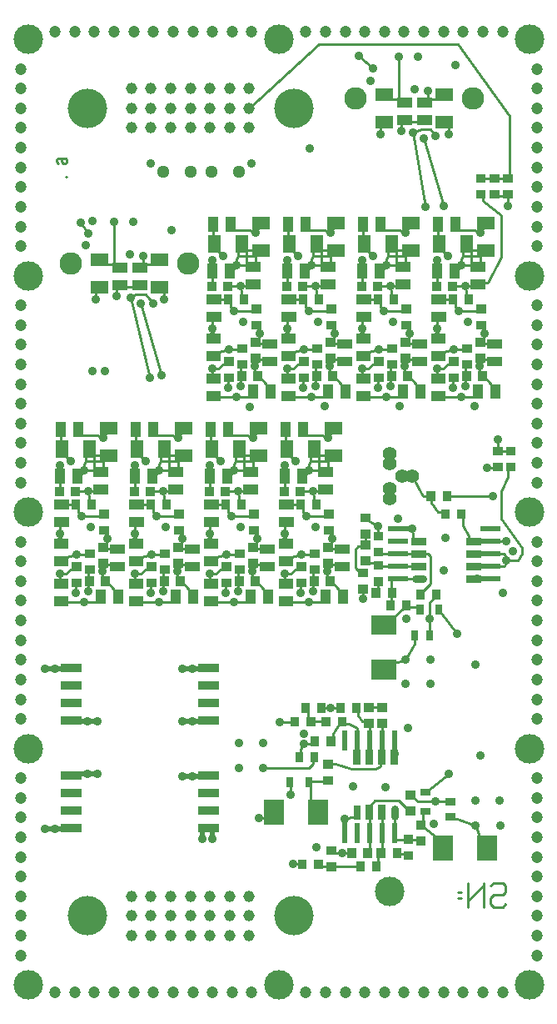
<source format=gbr>
G04 start of page 5 for group 3 idx 3 *
G04 Title: EPTPREAMPS, backside *
G04 Creator: pcb 1.99z *
G04 CreationDate: Fr 20 Jun 2014 11:29:12 GMT UTC *
G04 For: stephan *
G04 Format: Gerber/RS-274X *
G04 PCB-Dimensions (mil): 2952.76 4724.41 *
G04 PCB-Coordinate-Origin: lower left *
%MOIN*%
%FSLAX25Y25*%
%LNBACKSIDE*%
%ADD107C,0.0700*%
%ADD106C,0.0236*%
%ADD105C,0.0256*%
%ADD104C,0.0252*%
%ADD103C,0.0240*%
%ADD102C,0.0866*%
%ADD101C,0.0157*%
%ADD100C,0.0512*%
%ADD99C,0.0550*%
%ADD98C,0.0354*%
%ADD97C,0.0300*%
%ADD96R,0.0280X0.0280*%
%ADD95R,0.0300X0.0300*%
%ADD94R,0.0180X0.0180*%
%ADD93R,0.0200X0.0200*%
%ADD92R,0.0787X0.0787*%
%ADD91R,0.0280X0.0280*%
%ADD90R,0.0394X0.0394*%
%ADD89R,0.0500X0.0500*%
%ADD88R,0.0350X0.0350*%
%ADD87C,0.0553*%
%ADD86C,0.0900*%
%ADD85C,0.1181*%
%ADD84C,0.0472*%
%ADD83C,0.1575*%
%ADD82C,0.0453*%
%ADD81C,0.0098*%
%ADD80C,0.0100*%
%ADD79C,0.0198*%
%ADD78C,0.0098*%
G54D78*X148000Y152191D02*X152750D01*
X153250Y95441D02*X156000D01*
X152250Y126691D02*Y123191D01*
X159750Y128691D02*X166000D01*
X157750Y143691D02*X161000D01*
X156250Y141191D02*Y139941D01*
X157750Y143691D02*X156250Y141191D01*
X160250Y126691D02*Y120441D01*
X161250Y136941D02*Y135691D01*
X159750Y133941D01*
X159250Y156691D02*Y153941D01*
X161750Y152441D02*X165250D01*
G54D79*X109000Y173441D02*X117000D01*
X109000Y152441D02*X117000D01*
X109000Y130441D02*X117000D01*
G54D78*X159750Y133941D02*X141500D01*
G54D79*X194000Y141441D02*Y140441D01*
G54D78*X215750Y131691D02*X207250Y124941D01*
X203250Y120441D02*X201750Y121941D01*
X203250Y120441D02*X215000D01*
X199000Y117691D02*X195750Y120941D01*
X186000D02*X195750D01*
X186000D02*X184250Y118941D01*
Y118191D01*
G54D79*X174000Y113441D02*Y111191D01*
G54D78*X169500Y99941D02*X176000D01*
X164500Y94691D02*X179500D01*
X187500Y98941D02*Y95941D01*
X184000Y113941D02*Y101191D01*
X189000Y114191D02*Y100941D01*
X196000Y99691D02*X198500D01*
X194000Y114191D02*Y105191D01*
X205250Y115691D02*Y112441D01*
X226250Y110941D02*X219000Y113691D01*
X226250Y110941D02*X227750Y107441D01*
X219000Y113691D02*X217500D01*
X227750Y107441D02*Y106191D01*
X194000Y105191D02*X203750D01*
G54D79*X121000Y105441D02*Y109441D01*
X117000Y105441D02*Y109441D01*
G54D78*X206000Y109941D02*X210250Y106441D01*
X174000Y113441D02*X176750Y114191D01*
X178000D01*
X139750Y113941D02*X142500D01*
X168500Y135441D02*X170250D01*
X169500Y147691D02*Y145941D01*
X179500Y156441D02*Y154941D01*
X185250Y158191D02*X187500D01*
X166250Y157941D02*X170750D01*
X181000Y152441D02*X179500Y154941D01*
X181000Y152441D02*X182500D01*
X172000Y151941D02*X169500Y147691D01*
X173750Y151691D02*X175750D01*
X179000Y149941D02*X175750Y151691D01*
X189000Y150441D02*Y140441D01*
X179000Y149941D02*Y140441D01*
X184000Y150441D02*Y140441D01*
X176750Y133441D02*X186500D01*
X170250Y135441D02*X176750Y133441D01*
X186500D02*X188250Y134691D01*
Y135691D02*Y134691D01*
X192750Y209441D02*X202250D01*
X208500Y218441D02*Y207441D01*
Y218441D02*X207500Y219441D01*
X198750D02*X207500D01*
X188750D02*X192500D01*
X201500Y226691D02*Y225441D01*
X201000Y229441D02*X201500Y226691D01*
X205250Y242691D02*X207250D01*
G54D79*X198750Y229441D02*X201000D01*
G54D78*X188500Y214441D02*X201750D01*
X183500Y215941D02*X186500D01*
X205250Y242691D02*X201000Y250441D01*
X208750Y241441D02*Y239941D01*
X211250Y236191D02*X208750Y239941D01*
X211250Y236191D02*X213000D01*
X236000Y224441D02*X238750D01*
X238000Y214441D02*X238750Y216941D01*
X238000Y219441D02*X238750Y216941D01*
X228000Y214441D02*X238000D01*
X228000Y219441D02*X238000D01*
G54D79*X227000Y209441D02*X229250D01*
G54D78*X231000Y253941D02*X234500D01*
X216250Y242691D02*X233250D01*
X221250Y233941D02*Y230941D01*
X223750Y226691D01*
Y224441D01*
X231000D01*
X239250Y260691D02*X236500D01*
X239500Y250191D02*Y252941D01*
X236750Y244691D02*X239500Y250191D01*
X236750Y233441D02*Y244691D01*
X235250Y265191D02*Y261691D01*
X238750Y216941D02*X243250D01*
X245000Y219441D01*
Y221941D01*
X236750Y233441D01*
X181250Y204191D02*Y201691D01*
X208500Y207441D02*X205250Y204441D01*
X208000Y199941D02*Y188191D01*
Y199941D02*X209500Y201691D01*
X192750Y209441D02*Y199691D01*
X197500Y197691D02*X193750Y194191D01*
X200000Y198191D02*X203250D01*
X202000Y186691D02*Y183691D01*
X198250Y177191D02*X202000Y183691D01*
X198250Y177191D02*X195250Y176191D01*
X194000D01*
X187250Y207441D02*Y204941D01*
X219000Y187691D02*X212500Y196191D01*
X178500Y213941D02*X179750Y212691D01*
X178500Y221191D02*Y213941D01*
X179500Y222441D02*X178500Y221191D01*
X179500Y222441D02*X180750D01*
X187500Y230441D02*X183250Y232941D01*
X187500Y230441D02*Y227441D01*
X182250Y226441D02*Y223941D01*
X168500Y221691D02*X170750D01*
X169000Y225691D02*X168250Y222941D01*
X169000Y225691D02*X168000Y227941D01*
X168500Y215191D02*X170500D01*
X168500Y214441D02*X167000Y212691D01*
X165750Y214441D02*X168500D01*
X167000Y212691D02*X165750Y214441D01*
X167000Y212691D02*Y209941D01*
X169500Y207941D02*X173000Y203691D01*
X161250Y212441D02*Y204691D01*
X156500Y206941D02*Y203941D01*
X156750Y219191D02*X160750D01*
X152250Y200191D02*X165500D01*
X154250Y213191D02*X155500D01*
X152500Y211691D02*X154250Y213191D01*
X150000Y211691D02*X152500D01*
X150000D02*Y208941D01*
X156750Y219191D02*X152750Y218191D01*
X150500Y225441D02*X150000Y227441D01*
X149500Y225441D02*X150500D01*
X150000Y227441D02*X149500Y225441D01*
X150000Y231441D02*Y227441D01*
X158750Y234441D02*X166500D01*
X161750Y241691D02*Y239941D01*
X157500Y237941D02*Y236191D01*
X158750Y234441D02*X157500Y236191D01*
X152500Y239191D02*X155750D01*
X228250Y347941D02*X226000Y348941D01*
X219500D02*X226000D01*
X211250D02*Y345441D01*
X206250Y358191D02*X201250Y387941D01*
X205750Y385691D02*X213750Y358441D01*
X228250Y340941D02*Y334941D01*
X223750Y340941D02*X228250D01*
X221250Y338691D02*X228250D01*
Y347941D02*X229500Y349441D01*
Y360441D02*Y361941D01*
X236750Y354941D02*X229500Y360441D01*
X239250Y358691D02*Y362691D01*
X234750D01*
X229500Y369691D02*X238250D01*
X236750Y338191D02*Y354941D01*
X240000Y369691D02*Y394441D01*
X181000Y336941D02*Y327191D01*
X185500Y338441D02*X183500Y340691D01*
X187500Y326441D02*X195000D01*
X190750Y334941D02*X189250Y332941D01*
X198250Y340941D02*Y334941D01*
X193750Y340941D02*X198250D01*
X189750Y316441D02*X188500Y318191D01*
X189750Y316441D02*X197500D01*
X188500Y319941D02*Y318191D01*
X192250Y326441D02*X192750Y323691D01*
Y321941D01*
X224750Y340941D02*Y335191D01*
X190750Y337191D02*Y334941D01*
Y337191D02*X191250Y338691D01*
X190750Y334941D02*X198250D01*
X191250Y340941D02*Y338691D01*
X194750Y340941D02*Y335191D01*
X191250Y338691D02*X198250D01*
X163750Y423191D02*X219500D01*
X215750Y387191D02*Y390191D01*
X219500Y423191D02*X240000Y394441D01*
X188250Y387191D02*Y390191D01*
X179750Y418441D02*X185250Y413691D01*
X195750Y401191D02*X192750D01*
X195750Y418191D02*Y401191D01*
X196750Y392191D02*X203750D01*
X196750Y388691D02*Y392191D01*
X204750Y389191D02*X201250Y387941D01*
X207250Y404441D02*Y401441D01*
X208250Y401191D02*X211000D01*
X210500Y386441D02*X208250Y389191D01*
X204750D01*
X230000Y307691D02*X229000Y309941D01*
X230000Y307691D02*X229250Y304941D01*
X217500Y326441D02*X225000D01*
X219750Y316441D02*X218500Y318191D01*
Y319941D02*Y318191D01*
X211000Y313441D02*Y309441D01*
X219750Y316441D02*X227500D01*
X211000Y309441D02*X210500Y307441D01*
X211500D01*
X211000Y309441D01*
X200000Y307691D02*X199000Y309941D01*
X200000Y307691D02*X199250Y304941D01*
X199500Y303691D02*X201750D01*
X217750Y301191D02*X213750Y300191D01*
X217750Y301191D02*X221750D01*
X211000Y293691D02*Y290941D01*
Y293691D02*X213500D01*
X215250Y295191D01*
X216500D01*
X230500Y289941D02*X234000Y285691D01*
X217500Y288941D02*Y285941D01*
X213250Y282191D02*X226500D01*
X222250Y294441D02*Y286691D01*
X228000Y294691D02*Y291941D01*
Y294691D02*X226750Y296441D01*
X229500D01*
X228000Y294691D01*
X229500Y297191D02*X231500D01*
X229500Y303691D02*X231750D01*
X183500Y321191D02*X186750D01*
X181000Y313441D02*Y309441D01*
X181500Y307441D02*X181000Y309441D01*
X180500Y307441D01*
X181500D01*
X170000Y307691D02*X169000Y309941D01*
X170000Y307691D02*X169250Y304941D01*
X169500Y303691D02*X171750D01*
X187750Y301191D02*X191750D01*
X187750D02*X183750Y300191D01*
X181000Y293691D02*Y290941D01*
Y293691D02*X183500D01*
X185250Y295191D01*
X186500D01*
X187500Y288941D02*Y285941D01*
X192250Y294441D02*Y286691D01*
X170500Y289941D02*X174000Y285691D01*
X169500Y297191D02*X171500D01*
X183250Y282191D02*X196500D01*
X200500Y289941D02*X204000Y285691D01*
X198000Y294691D02*Y291941D01*
Y294691D02*X196750Y296441D01*
X199500D01*
X198000Y294691D01*
X199500Y297191D02*X201500D01*
X211000Y336941D02*Y327191D01*
X213500Y321191D02*X216750D01*
X215500Y338441D02*X213500Y340691D01*
X220750Y334941D02*X219250Y332941D01*
X220750Y337191D02*Y334941D01*
Y337191D02*X221250Y338691D01*
Y340941D02*Y338691D01*
X222250Y326441D02*X222750Y323691D01*
Y321941D01*
X220750Y334941D02*X228250D01*
X229750Y327941D02*X231250D01*
X236750Y338191D01*
X198250Y347941D02*X199500Y349441D01*
X198250Y347941D02*X196000Y348941D01*
X189500D02*X196000D01*
X181250D02*Y345441D01*
X168250Y347941D02*X166000Y348941D01*
X159500D02*X166000D01*
X151250D02*Y345441D01*
X168250Y347941D02*X169500Y349441D01*
X138250Y347941D02*X136000Y348941D01*
X129500D02*X136000D01*
X121250D02*Y345441D01*
X138250Y347941D02*X139500Y349441D01*
X151000Y336941D02*Y327191D01*
X155500Y338441D02*X153500Y340691D01*
Y321191D02*X156750D01*
X158500Y319941D02*Y318191D01*
X130750Y334941D02*X138250D01*
X131250Y340941D02*Y338691D01*
X134750Y340941D02*Y335191D01*
X131250Y338691D02*X138250D01*
X157500Y326441D02*X165000D01*
X162250D02*X162750Y323691D01*
X159750Y316441D02*X158500Y318191D01*
X160750Y334941D02*X159250Y332941D01*
X160750Y337191D02*Y334941D01*
Y337191D02*X161250Y338691D01*
X160750Y334941D02*X168250D01*
X162750Y323691D02*Y321941D01*
X159750Y316441D02*X167500D01*
X168250Y340941D02*Y334941D01*
X163750Y340941D02*X168250D01*
X161250D02*Y338691D01*
X164750Y340941D02*Y335191D01*
X161250Y338691D02*X168250D01*
G54D80*X62746Y370232D02*X62346D01*
G54D78*X74250Y321191D02*Y324191D01*
X81750Y335191D02*X78750D01*
X82750Y322441D02*Y326191D01*
X81750Y352191D02*Y335191D01*
X68500Y351941D02*X71250Y347691D01*
X77250Y265941D02*X78500Y267441D01*
X60250Y266941D02*Y263441D01*
X68500Y266941D02*X75000D01*
X77250Y265941D02*X75000Y266941D01*
X70250Y256691D02*X77250D01*
X70250Y258941D02*Y256691D01*
X69750Y255191D02*X70250Y256691D01*
X69750Y255191D02*Y252941D01*
X72750Y258941D02*X77250D01*
X73750D02*Y253191D01*
X71750Y241691D02*Y239941D01*
X71250Y244441D02*X71750Y241691D01*
X66500Y244441D02*X74000D01*
X69750Y252941D02*X77250D01*
Y258941D02*Y252941D01*
X69750D02*X68250Y250941D01*
X64500Y256441D02*X62500Y258691D01*
X60000Y254941D02*Y245191D01*
X68750Y234441D02*X76500D01*
X67500Y237941D02*Y236191D01*
X68750Y234441D02*X67500Y236191D01*
X62500Y239191D02*X65750D01*
X60000Y211691D02*Y208941D01*
X60500Y225441D02*X60000Y227441D01*
X59500Y225441D02*X60500D01*
X60000Y227441D02*X59500Y225441D01*
X60000Y231441D02*Y227441D01*
X78500Y221691D02*X80750D01*
X79000Y225691D02*X78250Y222941D01*
X79000Y225691D02*X78000Y227941D01*
X78500Y215191D02*X80500D01*
X78500Y214441D02*X77000Y212691D01*
X75750Y214441D02*X78500D01*
X77000Y212691D02*X75750Y214441D01*
X77000Y212691D02*Y209941D01*
X71250Y212441D02*Y204691D01*
X62250Y200191D02*X75500D01*
X66500Y206941D02*Y203941D01*
X64250Y213191D02*X65500D01*
X62500Y211691D02*X64250Y213191D01*
X60000Y211691D02*X62500D01*
X66750Y219191D02*X70750D01*
X66750D02*X62750Y218191D01*
X79500Y207941D02*X83000Y203691D01*
G54D79*X75000Y152441D02*X67000D01*
X54000Y173441D02*X62000D01*
X75000Y131441D02*X67000D01*
X54000Y109441D02*X62000D01*
G54D78*X151000Y313441D02*Y309441D01*
X140000Y307691D02*X139000Y309941D01*
X140000Y307691D02*X139250Y304941D01*
X151000Y309441D02*X150500Y307441D01*
X151500D01*
X151000Y309441D01*
X157750Y301191D02*X153750Y300191D01*
X157750Y301191D02*X161750D01*
X139500Y303691D02*X141750D01*
X135827Y397638D02*X163750Y423191D01*
X121000Y336941D02*Y327191D01*
X125500Y338441D02*X123500Y340691D01*
Y321191D02*X126750D01*
X128500Y319941D02*Y318191D01*
X127500Y326441D02*X135000D01*
X132250D02*X132750Y323691D01*
X129750Y316441D02*X128500Y318191D01*
X130750Y334941D02*X129250Y332941D01*
X138250Y340941D02*Y334941D01*
X133750Y340941D02*X138250D01*
X130750Y337191D02*Y334941D01*
Y337191D02*X131250Y338691D01*
X132750Y323691D02*Y321941D01*
X129750Y316441D02*X137500D01*
X121000Y313441D02*Y309441D01*
X120500Y307441D01*
X121500D01*
X121000Y309441D01*
X127750Y301191D02*X123750Y300191D01*
X127750Y301191D02*X131750D01*
X121000Y293691D02*Y290941D01*
Y293691D02*X123500D01*
X125250Y295191D01*
X126500D01*
X127500Y288941D02*Y285941D01*
X123250Y282191D02*X136500D01*
X132250Y294441D02*Y286691D01*
X151000Y293691D02*Y290941D01*
Y293691D02*X153500D01*
X155250Y295191D01*
X156500D01*
X157500Y288941D02*Y285941D01*
X153250Y282191D02*X166500D01*
X162250Y294441D02*Y286691D01*
X168000Y294441D02*X166750Y296191D01*
X169500Y296441D01*
X168000Y294441D01*
X140500Y289941D02*X144000Y285691D01*
X138000Y294691D02*Y291941D01*
Y294691D02*X136750Y296441D01*
X139500D01*
X138000Y294691D01*
X139500Y297191D02*X141500D01*
X168000Y294441D02*Y291941D01*
X167250Y265941D02*X168500Y267441D01*
X150250Y266941D02*Y263441D01*
X158500Y266941D02*X165000D01*
X167250Y265941D02*X165000Y266941D01*
X160250Y256691D02*X167250D01*
X162750Y258941D02*X167250D01*
X154500Y256441D02*X152500Y258691D01*
X163750Y258941D02*Y253191D01*
X167250Y258941D02*Y252941D01*
X160250Y258941D02*Y256691D01*
X161250Y244441D02*X161750Y241691D01*
X159750Y255191D02*X160250Y256691D01*
X159750Y255191D02*Y252941D01*
X167250D01*
X159750D02*X158250Y250941D01*
X156500Y244441D02*X164000D01*
X150000Y254941D02*Y245191D01*
X107250Y265941D02*X108500Y267441D01*
X98500Y266941D02*X105000D01*
X107250Y265941D02*X105000Y266941D01*
X100250Y256691D02*X107250D01*
X103750Y258941D02*Y253191D01*
X100250Y258941D02*Y256691D01*
X102750Y258941D02*X107250D01*
X99750Y252941D02*X107250D01*
X99750Y255191D02*X100250Y256691D01*
X94500Y256441D02*X92500Y258691D01*
X90250Y266941D02*Y263441D01*
X99750Y255191D02*Y252941D01*
X98250Y250941D01*
X90000Y254941D02*Y245191D01*
X107250Y258941D02*Y252941D01*
X108500Y221691D02*X110750D01*
X108500Y215191D02*X110500D01*
X108500Y214441D02*X107000Y212691D01*
X105750Y214441D02*X108500D01*
X107000Y212691D02*X105750Y214441D01*
X109000Y225691D02*X108250Y222941D01*
X107000Y212691D02*Y209941D01*
X101250Y212441D02*Y204691D01*
X92250Y200191D02*X105500D01*
X96500Y206941D02*Y203941D01*
X109500Y207941D02*X113000Y203691D01*
X109000Y225691D02*X108000Y227941D01*
X94250Y213191D02*X95500D01*
X92500Y211691D02*X94250Y213191D01*
X90000Y211691D02*X92500D01*
X96750Y219191D02*X100750D01*
X96750D02*X92750Y218191D01*
X90000Y211691D02*Y208941D01*
X90500Y225441D02*X90000Y227441D01*
X89500Y225441D02*X90500D01*
X90000Y227441D02*X89500Y225441D01*
X98750Y234441D02*X106500D01*
X97500Y237941D02*Y236191D01*
X98750Y234441D02*X97500Y236191D01*
X90000Y231441D02*Y227441D01*
X101750Y241691D02*Y239941D01*
X92500Y239191D02*X95750D01*
X101250Y244441D02*X101750Y241691D01*
X96500Y244441D02*X104000D01*
X101750Y321191D02*Y324191D01*
X93250Y338441D02*Y335441D01*
X97250Y319691D02*X94250Y323191D01*
Y335191D02*X97000D01*
X82750Y326191D02*X89750D01*
X94250Y323191D02*X90500D01*
X88250Y321941D01*
X96000Y289941D02*X88250Y321941D01*
X92500Y319691D02*X100750Y290941D01*
X137250Y265941D02*X138500Y267441D01*
X128500Y266941D02*X135000D01*
X137250Y265941D02*X135000Y266941D01*
X130250Y256691D02*X137250D01*
X133750Y258941D02*Y253191D01*
X130250Y258941D02*Y256691D01*
X132750Y258941D02*X137250D01*
X129750Y252941D02*X137250D01*
X129750Y255191D02*X130250Y256691D01*
X124500Y256441D02*X122500Y258691D01*
X120250Y266941D02*Y263441D01*
X129750Y255191D02*Y252941D01*
X128250Y250941D01*
X120000Y254941D02*Y245191D01*
X137250Y258941D02*Y252941D01*
X138500Y221691D02*X140750D01*
X138500Y215191D02*X140500D01*
X138500Y214441D02*X137000Y212691D01*
X135750Y214441D02*X138500D01*
X137000Y212691D02*X135750Y214441D01*
X139000Y225691D02*X138250Y222941D01*
X137000Y212691D02*Y209941D01*
X131250Y212441D02*Y204691D01*
X122250Y200191D02*X135500D01*
X126500Y206941D02*Y203941D01*
X139500Y207941D02*X143000Y203691D01*
X139000Y225691D02*X138000Y227941D01*
X124250Y213191D02*X125500D01*
X122500Y211691D02*X124250Y213191D01*
X120000Y211691D02*X122500D01*
X126750Y219191D02*X130750D01*
X126750D02*X122750Y218191D01*
X120000Y211691D02*Y208941D01*
X120500Y225441D02*X120000Y227441D01*
X119500Y225441D02*X120500D01*
X120000Y227441D02*X119500Y225441D01*
X128750Y234441D02*X136500D01*
X127500Y237941D02*Y236191D01*
X128750Y234441D02*X127500Y236191D01*
X120000Y231441D02*Y227441D01*
X131750Y241691D02*Y239941D01*
X122500Y239191D02*X125750D01*
X131250Y244441D02*X131750Y241691D01*
X126500Y244441D02*X134000D01*
G54D81*X58846Y376232D02*X59346Y375732D01*
X58846Y376232D02*Y377232D01*
X59346Y377732D02*X58846Y377232D01*
X59346Y377732D02*X62346D01*
X62846Y377232D01*
X60846Y376232D02*X61346Y375732D01*
X60846Y376232D02*Y377732D01*
X62846Y376232D02*Y377232D01*
Y376232D02*X62346Y375732D01*
X61346D02*X62346D01*
X233660Y88021D02*X232450Y86811D01*
X233660Y88021D02*X237290D01*
X238500Y86811D02*X237290Y88021D01*
X238500Y84391D02*Y86811D01*
Y84391D02*X237290Y83181D01*
X233660D02*X237290D01*
X233660D02*X232450Y81971D01*
Y79551D02*Y81971D01*
X233660Y78341D02*X232450Y79551D01*
X233660Y78341D02*X237290D01*
X238500Y79551D02*X237290Y78341D01*
X229546D02*Y88021D01*
Y86811D02*Y88021D01*
Y86811D02*X223496Y80761D01*
Y78341D02*Y88021D01*
X219382Y84391D02*X220592D01*
X219382Y81971D02*X220592D01*
G54D82*X112205Y82677D03*
X120079D03*
X127953D03*
X135827D03*
X88583D03*
X96457D03*
X104331D03*
X135827Y66929D03*
Y74803D03*
X127953Y66929D03*
G54D83*X153543Y74803D03*
G54D82*X88583D03*
X96457Y66929D03*
X104331D03*
X112205D03*
X120079D03*
X88583D03*
X96457Y74803D03*
X104331D03*
X112205D03*
X120079D03*
X127953D03*
G54D83*X70866D03*
G54D84*X58071Y44292D03*
X65945D03*
X73819D03*
X81693D03*
X89567D03*
X97441D03*
X105315D03*
G54D85*X47244Y47245D03*
G54D84*X113189Y44292D03*
X121063D03*
X128937D03*
X136811D03*
G54D85*X147638Y47245D03*
G54D84*X44291Y59056D03*
Y66930D03*
Y74804D03*
Y82678D03*
Y90552D03*
Y98426D03*
Y106300D03*
Y114174D03*
Y122048D03*
G54D83*X153543Y397638D03*
G54D84*X158464Y428150D03*
X166339D03*
G54D85*X147638Y425198D03*
G54D82*X112205Y389764D03*
Y397638D03*
G54D86*X111500Y335441D03*
G54D82*X104331Y389764D03*
Y397638D03*
Y405512D03*
G54D84*X105315Y428150D03*
G54D82*X96457Y389764D03*
Y397638D03*
Y405512D03*
G54D84*X97441Y428150D03*
G54D82*X88583Y389764D03*
Y397638D03*
G54D83*X70866D03*
G54D82*X88583Y405512D03*
G54D84*X58071Y428150D03*
X65945D03*
X73819D03*
X81693D03*
X89567D03*
G54D82*X112205Y405512D03*
G54D84*X113189Y428150D03*
X121063D03*
X128937D03*
X136811D03*
G54D82*X135827Y389764D03*
X127953D03*
X135827Y397638D03*
X120079Y389764D03*
X127953Y397638D03*
X120079D03*
X127953Y405512D03*
X120079D03*
X135827D03*
G54D86*X178500Y401441D03*
G54D84*X250984Y389765D03*
Y397639D03*
G54D86*X225500Y401441D03*
G54D84*X250984Y405513D03*
Y413387D03*
X174213Y428150D03*
X182087D03*
X189961D03*
X197835D03*
X205709D03*
X213583D03*
X221457D03*
X229331D03*
X237205D03*
G54D85*X248031Y425198D03*
G54D84*X158464Y44292D03*
X166339D03*
X174213D03*
X182087D03*
X189961D03*
X197835D03*
X205709D03*
X213583D03*
X221457D03*
X229331D03*
X237205D03*
X250984Y59056D03*
Y66930D03*
Y74804D03*
Y82678D03*
Y90552D03*
Y98426D03*
G54D85*X248031Y47245D03*
G54D84*X250984Y106300D03*
Y114174D03*
Y122048D03*
Y129922D03*
Y153544D03*
Y161418D03*
Y169292D03*
Y177166D03*
G54D85*X248031Y141733D03*
G54D84*X250984Y185040D03*
Y192914D03*
Y200788D03*
Y208662D03*
Y216536D03*
Y224410D03*
Y248032D03*
G54D85*X248031Y236221D03*
G54D87*X192000Y245441D03*
Y255441D03*
X197000Y250441D03*
G54D84*X250984Y255906D03*
Y263780D03*
Y271654D03*
Y279528D03*
Y287402D03*
Y295276D03*
Y303150D03*
Y311024D03*
Y318898D03*
G54D85*X248031Y330709D03*
G54D84*X250984Y342520D03*
Y350394D03*
Y358269D03*
Y366143D03*
Y374017D03*
Y381891D03*
X44291Y129922D03*
Y153544D03*
Y161418D03*
Y169292D03*
Y177166D03*
Y185040D03*
Y192914D03*
Y200788D03*
G54D85*X47244Y141733D03*
G54D84*X44291Y208662D03*
Y216536D03*
Y224410D03*
Y248032D03*
G54D85*X47244Y236221D03*
Y330709D03*
G54D86*X64500Y335441D03*
G54D85*X47244Y425198D03*
G54D84*X44291Y255906D03*
Y263780D03*
Y271654D03*
Y279528D03*
Y287402D03*
Y295276D03*
Y303150D03*
Y311024D03*
Y318898D03*
Y342520D03*
Y350394D03*
Y358269D03*
Y366143D03*
Y374017D03*
Y381891D03*
Y389765D03*
Y397639D03*
Y405513D03*
Y413387D03*
G54D88*X228300Y369641D02*X228700D01*
X233800D02*X234200D01*
G54D89*X189000Y402941D02*X191000D01*
X189000Y391941D02*X191000D01*
G54D90*X197000Y399941D02*X199000D01*
X197000Y392941D02*X199000D01*
G54D89*X213000Y402941D02*X215000D01*
X213000Y391941D02*X215000D01*
G54D90*X205000Y399941D02*X207000D01*
X205000Y392941D02*X207000D01*
G54D88*X239050Y363241D02*X239450D01*
X239050Y369641D02*X239450D01*
X228300Y363241D02*X228700D01*
X233800D02*X234200D01*
G54D89*X211750Y344441D02*Y342441D01*
X222750Y344441D02*Y342441D01*
G54D90*X211250Y352191D02*Y350191D01*
X218250Y352191D02*Y350191D01*
G54D89*X229500Y340691D02*X231500D01*
X229500Y351691D02*X231500D01*
G54D90*X226250Y334191D02*X228250D01*
X226250Y327191D02*X228250D01*
X218000Y333691D02*Y331691D01*
X211000Y333691D02*Y331691D01*
G54D89*X199500Y340691D02*X201500D01*
X199500Y351691D02*X201500D01*
X181750Y344441D02*Y342441D01*
X192750Y344441D02*Y342441D01*
G54D90*X181250Y352191D02*Y350191D01*
X188250Y352191D02*Y350191D01*
G54D88*X187200Y326641D02*Y326241D01*
X180800Y326641D02*Y326241D01*
G54D90*X180750Y321191D02*X182750D01*
G54D88*X187300Y321391D02*Y320991D01*
X193700Y321391D02*Y320991D01*
X168550Y310991D02*X168950D01*
X168550Y317391D02*X168950D01*
G54D90*X150500Y298691D02*X152500D01*
X143000Y296441D02*X145000D01*
G54D88*X162800Y301641D02*X163200D01*
X168050Y304141D02*X168450D01*
G54D90*X173000Y303441D02*X175000D01*
G54D88*X157550Y296391D02*X157950D01*
X168050Y297741D02*X168450D01*
G54D90*X173000Y296441D02*X175000D01*
X143000Y303441D02*X145000D01*
G54D88*X163700Y321391D02*Y320991D01*
X157200Y326641D02*Y326241D01*
X157300Y321391D02*Y320991D01*
X127200Y326641D02*Y326241D01*
X120800Y326641D02*Y326241D01*
G54D90*X120750Y314191D02*X122750D01*
X120750Y321191D02*X122750D01*
G54D88*X127300Y321391D02*Y320991D01*
G54D90*X150500Y305691D02*X152500D01*
X120500D02*X122500D01*
G54D88*X138050Y304141D02*X138450D01*
G54D90*X120500Y298691D02*X122500D01*
G54D88*X127550Y296391D02*X127950D01*
X132800Y301641D02*X133200D01*
X138050Y297741D02*X138450D01*
X150800Y326641D02*Y326241D01*
G54D90*X150750Y314191D02*X152750D01*
X150750Y321191D02*X152750D01*
G54D88*X138550Y310991D02*X138950D01*
X138550Y317391D02*X138950D01*
X133700Y321391D02*Y320991D01*
G54D90*X91000Y326941D02*X93000D01*
X196250Y334191D02*X198250D01*
X196250Y327191D02*X198250D01*
X188000Y333691D02*Y331691D01*
X181000Y333691D02*Y331691D01*
G54D89*X169500Y340691D02*X171500D01*
X169500Y351691D02*X171500D01*
X162750Y344441D02*Y342441D01*
G54D90*X158250Y352191D02*Y350191D01*
X166250Y334191D02*X168250D01*
X166250Y327191D02*X168250D01*
X158000Y333691D02*Y331691D01*
G54D89*X151750Y344441D02*Y342441D01*
G54D90*X151250Y352191D02*Y350191D01*
X151000Y333691D02*Y331691D01*
G54D89*X139500Y340691D02*X141500D01*
X139500Y351691D02*X141500D01*
G54D90*X128250Y352191D02*Y350191D01*
G54D89*X121750Y344441D02*Y342441D01*
G54D90*X121250Y352191D02*Y350191D01*
X121000Y333691D02*Y331691D01*
G54D89*X132750Y344441D02*Y342441D01*
G54D90*X128000Y333691D02*Y331691D01*
X136250Y334191D02*X138250D01*
X136250Y327191D02*X138250D01*
G54D88*X117000Y130941D02*X122000D01*
X117000Y123941D02*X122000D01*
X117000Y116941D02*X122000D01*
X117000Y109941D02*X122000D01*
G54D91*X152000Y128741D02*Y127541D01*
G54D92*X145642Y117175D02*Y115207D01*
G54D88*X168550Y100891D02*X168950D01*
X168550Y94491D02*X168950D01*
X157050Y95641D02*Y95241D01*
X163450Y95641D02*Y95241D01*
G54D93*X184000Y110941D02*Y104941D01*
G54D94*X179000Y110941D02*Y104941D01*
G54D93*X174000Y110941D02*Y104941D01*
G54D88*X180300Y94891D02*Y94491D01*
X186700Y94891D02*Y94491D01*
X176800Y100141D02*Y99741D01*
X183200Y100141D02*Y99741D01*
G54D91*X155800Y138941D02*Y137741D01*
X161800Y138941D02*Y137741D01*
X159600Y128741D02*Y127541D01*
G54D92*X163358Y117175D02*Y115207D01*
G54D88*X167050Y128991D02*X167450D01*
X167050Y135391D02*X167450D01*
G54D95*X184000Y139691D02*Y136691D01*
X179000Y139691D02*Y136691D01*
X184000Y117691D02*Y114691D01*
G54D96*X179000Y117691D02*Y114691D01*
G54D88*X168450Y144891D02*Y144491D01*
X162050Y144891D02*Y144491D01*
G54D91*X205600Y124191D02*X206800D01*
X205600Y116591D02*X206800D01*
X215800Y120391D02*X217000D01*
X215800Y114391D02*X217000D01*
G54D88*X200050Y123141D02*X200450D01*
X204300Y111141D02*X204700D01*
X200050Y116741D02*X200450D01*
G54D93*X194000Y110941D02*Y104941D01*
X189000Y110941D02*Y104941D01*
G54D95*Y117691D02*Y114691D01*
G54D97*X194000Y117691D02*Y114691D01*
G54D88*X188800Y151741D02*X189200D01*
X188800Y158141D02*X189200D01*
X183550Y151741D02*X183950D01*
X183550Y158141D02*X183950D01*
G54D93*X189000Y147941D02*Y141941D01*
X194000Y147941D02*Y141941D01*
X184000Y147941D02*Y141941D01*
G54D95*X194000Y139691D02*Y136691D01*
X189000Y139691D02*Y136691D01*
G54D92*X231108Y102925D02*Y100957D01*
G54D88*X199300Y105391D02*X199700D01*
X199300Y98991D02*X199700D01*
X188550Y100141D02*Y99741D01*
X194950Y100141D02*Y99741D01*
X204300Y104741D02*X204700D01*
G54D92*X213392Y102925D02*Y100957D01*
G54D88*X240300Y254241D02*X240700D01*
X240300Y260641D02*X240700D01*
X229200Y290891D02*Y290491D01*
X208550Y242891D02*Y242491D01*
X214950Y242891D02*Y242491D01*
X235050Y254241D02*X235450D01*
X235050Y260641D02*X235450D01*
G54D90*X210500Y305691D02*X212500D01*
X210750Y314191D02*X212750D01*
G54D88*X222800Y301641D02*X223200D01*
X228050Y304141D02*X228450D01*
X228550Y310991D02*X228950D01*
X228550Y317391D02*X228950D01*
X217200Y326641D02*Y326241D01*
G54D90*X210750Y321191D02*X212750D01*
G54D88*X217300Y321391D02*Y320991D01*
X223700Y321391D02*Y320991D01*
X210800Y326641D02*Y326241D01*
X222800Y295241D02*X223200D01*
X228050Y297741D02*X228450D01*
G54D90*X233000Y296441D02*X235000D01*
X233000Y303441D02*X235000D01*
X227250Y285441D02*Y283441D01*
X234250Y285441D02*Y283441D01*
G54D88*X222800Y290891D02*Y290491D01*
G54D90*X210500Y298691D02*X212500D01*
G54D88*X217550Y289991D02*X217950D01*
X217550Y296391D02*X217950D01*
G54D90*X210500Y289691D02*X212500D01*
X210500Y282691D02*X212500D01*
X203000Y296441D02*X205000D01*
X203000Y303441D02*X205000D01*
X204250Y285441D02*Y283441D01*
X180500Y289691D02*X182500D01*
X180500Y282691D02*X182500D01*
G54D88*X187550Y289991D02*X187950D01*
X192800Y295241D02*X193200D01*
G54D90*X197250Y285441D02*Y283441D01*
G54D88*X192800Y290891D02*Y290491D01*
X199200Y290891D02*Y290491D01*
X187550Y296391D02*X187950D01*
G54D90*X180500Y305691D02*X182500D01*
X180500Y298691D02*X182500D01*
G54D88*X192800Y301641D02*X193200D01*
G54D90*X180750Y314191D02*X182750D01*
G54D88*X198550Y310991D02*X198950D01*
X198550Y317391D02*X198950D01*
X198050Y297741D02*X198450D01*
X198050Y304141D02*X198450D01*
G54D90*X150500Y289691D02*X152500D01*
G54D88*X157550Y289991D02*X157950D01*
G54D90*X150500Y282691D02*X152500D01*
X167250Y285441D02*Y283441D01*
X174250Y285441D02*Y283441D01*
G54D88*X162800Y295241D02*X163200D01*
X162800Y290891D02*Y290491D01*
X169200Y290891D02*Y290491D01*
G54D90*X172000Y214441D02*X174000D01*
X172000Y221441D02*X174000D01*
G54D88*X168200Y208891D02*Y208491D01*
G54D90*X166250Y203441D02*Y201441D01*
X173250Y203441D02*Y201441D01*
G54D92*X188766Y191049D02*X190734D01*
X188766Y173333D02*X190734D01*
G54D88*X167550Y228991D02*X167950D01*
X156300Y239391D02*Y238991D01*
X162700Y239391D02*Y238991D01*
X167550Y235391D02*X167950D01*
G54D90*X157000Y251691D02*Y249691D01*
X150000Y251691D02*Y249691D01*
G54D88*X156200Y244641D02*Y244241D01*
G54D90*X150250Y270191D02*Y268191D01*
X157250Y270191D02*Y268191D01*
G54D89*X150750Y262441D02*Y260441D01*
G54D88*X167050Y215741D02*X167450D01*
X167050Y222141D02*X167450D01*
X156550Y214391D02*X156950D01*
X161800Y208891D02*Y208491D01*
Y219641D02*X162200D01*
X161800Y213241D02*X162200D01*
X156550Y207991D02*X156950D01*
X149800Y244641D02*Y244241D01*
G54D89*X168500Y258691D02*X170500D01*
X168500Y269691D02*X170500D01*
G54D90*X165250Y252191D02*X167250D01*
X165250Y245191D02*X167250D01*
G54D89*X161750Y262441D02*Y260441D01*
G54D88*X59800Y244641D02*Y244241D01*
G54D90*X60250Y270191D02*Y268191D01*
X59750Y239191D02*X61750D01*
X59500Y207691D02*X61500D01*
X59500Y200691D02*X61500D01*
G54D88*X62000Y152941D02*X67000D01*
X62000Y159941D02*X67000D01*
X71800Y208891D02*Y208491D01*
X78200Y208891D02*Y208491D01*
G54D90*X76250Y203441D02*Y201441D01*
G54D88*X66300Y239391D02*Y238991D01*
X72700Y239391D02*Y238991D01*
X77550Y235391D02*X77950D01*
X77550Y228991D02*X77950D01*
X77050Y215741D02*X77450D01*
X77050Y222141D02*X77450D01*
G54D90*X59750Y232191D02*X61750D01*
X59500Y223691D02*X61500D01*
G54D88*X71800Y219641D02*X72200D01*
X71800Y213241D02*X72200D01*
X66550Y207991D02*X66950D01*
X66550Y214391D02*X66950D01*
G54D90*X59500Y216691D02*X61500D01*
X67000Y251691D02*Y249691D01*
G54D88*X66200Y244641D02*Y244241D01*
G54D90*X67250Y270191D02*Y268191D01*
X60000Y251691D02*Y249691D01*
G54D89*X60750Y262441D02*Y260441D01*
G54D90*X75250Y252191D02*X77250D01*
X75250Y245191D02*X77250D01*
G54D89*X71750Y262441D02*Y260441D01*
X78500Y258691D02*X80500D01*
X78500Y269691D02*X80500D01*
X75000Y336941D02*X77000D01*
X75000Y325941D02*X77000D01*
G54D90*X83000Y333941D02*X85000D01*
X83250Y203441D02*Y201441D01*
X82000Y214441D02*X84000D01*
X82000Y221441D02*X84000D01*
X90000Y251691D02*Y249691D01*
G54D88*X89800Y244641D02*Y244241D01*
G54D90*X90250Y270191D02*Y268191D01*
G54D89*X90750Y262441D02*Y260441D01*
G54D90*X83000Y326941D02*X85000D01*
G54D89*X99000Y336941D02*X101000D01*
X99000Y325941D02*X101000D01*
G54D90*X91000Y333941D02*X93000D01*
X137250Y285441D02*Y283441D01*
X144250Y285441D02*Y283441D01*
G54D88*X139200Y290891D02*Y290491D01*
G54D90*X120250Y270191D02*Y268191D01*
X127250Y270191D02*Y268191D01*
G54D89*X120750Y262441D02*Y260441D01*
X131750Y262441D02*Y260441D01*
X138500Y269691D02*X140500D01*
G54D90*X120500Y289691D02*X122500D01*
X120500Y282691D02*X122500D01*
G54D88*X96300Y239391D02*Y238991D01*
X102700Y239391D02*Y238991D01*
X107550Y235391D02*X107950D01*
G54D90*X89750Y232191D02*X91750D01*
G54D88*X107550Y228991D02*X107950D01*
X107050Y215741D02*X107450D01*
X107050Y222141D02*X107450D01*
G54D90*X105250Y252191D02*X107250D01*
X105250Y245191D02*X107250D01*
X89750Y239191D02*X91750D01*
X89500Y223691D02*X91500D01*
X89500Y216691D02*X91500D01*
X89500Y207691D02*X91500D01*
X89500Y200691D02*X91500D01*
X97000Y251691D02*Y249691D01*
G54D88*X96200Y244641D02*Y244241D01*
X101800Y219641D02*X102200D01*
X101800Y213241D02*X102200D01*
X96550Y207991D02*X96950D01*
X96550Y214391D02*X96950D01*
G54D90*X119500Y200691D02*X121500D01*
G54D88*X127550Y289991D02*X127950D01*
X132800Y295241D02*X133200D01*
X132800Y290891D02*Y290491D01*
G54D90*X97250Y270191D02*Y268191D01*
G54D89*X101750Y262441D02*Y260441D01*
X108500Y258691D02*X110500D01*
X108500Y269691D02*X110500D01*
G54D88*X131800Y208891D02*Y208491D01*
X126300Y239391D02*Y238991D01*
X101800Y208891D02*Y208491D01*
X108200Y208891D02*Y208491D01*
G54D90*X106250Y203441D02*Y201441D01*
X113250Y203441D02*Y201441D01*
X112000Y214441D02*X114000D01*
X112000Y221441D02*X114000D01*
X119750Y232191D02*X121750D01*
X119500Y223691D02*X121500D01*
X119750Y239191D02*X121750D01*
X119500Y216691D02*X121500D01*
G54D89*X138500Y258691D02*X140500D01*
G54D88*X132700Y239391D02*Y238991D01*
G54D90*X127000Y251691D02*Y249691D01*
X120000Y251691D02*Y249691D01*
G54D88*X126200Y244641D02*Y244241D01*
X119800Y244641D02*Y244241D01*
G54D90*X135250Y252191D02*X137250D01*
X135250Y245191D02*X137250D01*
G54D88*X137050Y222141D02*X137450D01*
X137550Y228991D02*X137950D01*
X137550Y235391D02*X137950D01*
X131800Y219641D02*X132200D01*
X131800Y213241D02*X132200D01*
X126550Y207991D02*X126950D01*
X126550Y214391D02*X126950D01*
G54D90*X119500Y207691D02*X121500D01*
G54D88*X62000Y109941D02*X67000D01*
X62000Y116941D02*X67000D01*
X62000Y123941D02*X67000D01*
X62000Y130941D02*X67000D01*
X62000Y166941D02*X67000D01*
X117000D02*X122000D01*
X117000Y159941D02*X122000D01*
X117000Y152941D02*X122000D01*
X62000Y173941D02*X67000D01*
X117000D02*X122000D01*
X172300Y158141D02*Y157741D01*
X178700Y158141D02*Y157741D01*
X166550Y152641D02*Y152241D01*
X172950Y152641D02*Y152241D01*
X164700Y158141D02*Y157741D01*
X154050Y152641D02*Y152241D01*
X160450Y152641D02*Y152241D01*
X158300Y158141D02*Y157741D01*
G54D93*X174000Y147941D02*Y141941D01*
X179000Y147941D02*Y141941D01*
G54D88*X181050Y205491D02*X181450D01*
X181050Y211891D02*X181450D01*
X182050Y223141D02*X182450D01*
X182050Y216741D02*X182450D01*
X182050Y233891D02*X182450D01*
X182050Y227491D02*X182450D01*
G54D90*X149750Y232191D02*X151750D01*
X149750Y239191D02*X151750D01*
X149500Y223691D02*X151500D01*
X149500Y216691D02*X151500D01*
X149500Y207691D02*X151500D01*
X149500Y200691D02*X151500D01*
X136250Y203441D02*Y201441D01*
G54D88*X138200Y208891D02*Y208491D01*
G54D90*X143250Y203441D02*Y201441D01*
X142000Y214441D02*X144000D01*
X142000Y221441D02*X144000D01*
G54D88*X137050Y215741D02*X137450D01*
G54D95*X224250Y209441D02*X227250D01*
G54D93*X229500D02*X235500D01*
G54D95*X224250Y214441D02*X227250D01*
G54D93*X229500D02*X235500D01*
G54D91*X207950Y187641D02*Y186441D01*
X211750Y197841D02*Y196641D01*
G54D95*X202250Y214441D02*X205250D01*
G54D97*X202250Y209441D02*X205250D01*
G54D88*X187300Y214891D02*X187700D01*
G54D93*X192500Y209441D02*X198500D01*
X192500Y214441D02*X198500D01*
X192500Y219441D02*X198500D01*
G54D88*X192300Y199141D02*Y198741D01*
X198700Y199141D02*Y198741D01*
X192950Y204141D02*Y203741D01*
X186550Y204141D02*Y203741D01*
X187300Y208491D02*X187700D01*
X204300Y203391D02*Y202991D01*
X210700Y203391D02*Y202991D01*
G54D91*X204150Y197841D02*Y196641D01*
X201950Y187641D02*Y186441D01*
G54D95*X224250Y219441D02*X227250D01*
X224250Y224441D02*X227250D01*
G54D88*X214300Y235641D02*Y235241D01*
X220700Y235641D02*Y235241D01*
G54D93*X229500Y229441D02*X235500D01*
X229500Y224441D02*X235500D01*
X229500Y219441D02*X235500D01*
G54D95*X202250D02*X205250D01*
X202250Y224441D02*X205250D01*
G54D88*X187300Y226641D02*X187700D01*
X187300Y220241D02*X187700D01*
G54D93*X192500Y224441D02*X198500D01*
X192500Y229441D02*X198500D01*
G54D98*X228250Y138941D03*
X215750Y131691D03*
X209750Y111691D03*
X210500Y120441D03*
X226250Y110941D03*
X236000Y120941D03*
X226500D03*
X236250Y110941D03*
X190500Y126191D03*
G54D85*X192000Y84441D03*
G54D98*X177500Y126691D03*
X181250Y201691D03*
X199500Y149941D03*
X198250Y177191D03*
Y167441D03*
X198750Y193691D03*
X208250Y167441D03*
X219000Y187691D03*
X208000Y193441D03*
X226500Y175191D03*
X208250Y177191D03*
X157500Y285941D03*
X157750Y301191D03*
X166000Y278441D03*
X154500Y256441D03*
X150000Y254941D03*
X167250Y265941D03*
X194000Y139441D03*
X195250Y233691D03*
X187500Y230441D03*
G54D99*X192000Y241441D03*
G54D98*X241500Y220691D03*
X237250Y203941D03*
X238750Y224441D03*
Y216941D03*
X214250Y225941D03*
X227000Y209441D03*
X213750Y212941D03*
X201000Y229441D03*
G54D99*Y250441D03*
G54D98*X226000Y278441D03*
X231000Y253941D03*
X233250Y242691D03*
X235250Y265191D03*
X196000Y278441D03*
G54D99*X192000Y259441D03*
G54D98*X139750Y113941D03*
X153250Y95441D03*
X148000Y152191D03*
X152250Y123191D03*
X141500Y133941D03*
Y143941D03*
X174000Y113441D03*
X157750Y147691D03*
X168500Y157941D03*
X162750Y102191D03*
X173000Y99941D03*
X157750Y143691D03*
X132500Y230191D03*
X139000Y225691D03*
X150000Y227441D03*
X137000Y212691D03*
X137250Y265941D03*
X167000Y212691D03*
X150000Y211691D03*
X156500Y203941D03*
X161250Y204691D03*
X159750Y200191D03*
X156750Y219191D03*
X169000Y225691D03*
X162500Y230191D03*
X159750Y252941D03*
X161250Y244441D03*
X158750Y234441D03*
X136000Y278191D03*
X131750Y143941D03*
X121000Y105441D03*
X117000D03*
X113000Y130441D03*
X109000D03*
X113000Y173441D03*
X109000D03*
X113000Y152441D03*
X109000D03*
X131750Y133941D03*
X228250Y347941D03*
X222250Y326441D03*
X215500Y338441D03*
X220750Y334941D03*
X211000Y336941D03*
X198250Y347941D03*
X192250Y326441D03*
X185500Y338441D03*
X190750Y334941D03*
X239250Y358691D03*
X206250Y358191D03*
X213750Y358441D03*
X211000Y309441D03*
X219750Y316441D03*
X223500Y312191D03*
X181000Y309441D03*
X189750Y316441D03*
X193500Y312191D03*
X220750Y282191D03*
X222250Y286691D03*
X217500Y285941D03*
X230000Y307691D03*
X228000Y294691D03*
X217750Y301191D03*
X187750D03*
X200000Y307691D03*
X211000Y293691D03*
X181000D03*
X198000Y294691D03*
X168000Y294441D03*
X190750Y282191D03*
X192250Y286691D03*
X187500Y285941D03*
X170000Y307691D03*
X73000Y292691D03*
X78000D03*
X96000Y289941D03*
X100750Y290941D03*
X181000Y336941D03*
X155500Y338441D03*
X168250Y347941D03*
X162250Y326441D03*
X160750Y334941D03*
X151000Y336941D03*
X138250Y347941D03*
X132250Y326441D03*
X121000Y336941D03*
X125500Y338441D03*
X130750Y334941D03*
X104750Y348941D03*
X89250Y352191D03*
X81750D03*
X70500Y342941D03*
X71250Y347691D03*
X73000Y352691D03*
X68500Y351941D03*
X93250Y338441D03*
X82750Y322441D03*
X88250Y321941D03*
X97250Y319691D03*
X88000Y339191D03*
X92500Y319691D03*
X218500Y414941D03*
X203250Y418191D03*
X195750D03*
X207250Y404441D03*
X196750Y388691D03*
X188250Y387191D03*
X215750D03*
X201250Y387941D03*
X202000Y405191D03*
X184250Y408441D03*
X185250Y413691D03*
X179750Y418441D03*
X210500Y386441D03*
X205750Y385691D03*
X160000Y381691D03*
X136750Y375691D03*
G54D100*X120750Y372191D03*
X131750D03*
G54D98*X96500Y375691D03*
G54D100*X101250Y372191D03*
X112250D03*
G54D98*X151000Y309441D03*
Y293691D03*
X159750Y316441D03*
X163500Y312191D03*
X160750Y282191D03*
X162250Y286691D03*
X130750Y282191D03*
X132250Y286691D03*
X121000Y309441D03*
X129750Y316441D03*
X140000Y307691D03*
X133500Y312191D03*
X127500Y285941D03*
X121000Y293691D03*
X127750Y301191D03*
X138000Y294691D03*
X74250Y321191D03*
X101750D03*
X69750Y252941D03*
X64500Y256441D03*
X77250Y265941D03*
X60000Y254941D03*
X71250Y244441D03*
X131250D03*
X99750Y252941D03*
X101250Y244441D03*
X94500Y256441D03*
X107250Y265941D03*
X90000Y254941D03*
X129750Y252941D03*
X124500Y256441D03*
X120000Y254941D03*
X72500Y230191D03*
X77000Y212691D03*
X66750Y219191D03*
X60000Y211691D03*
X79000Y225691D03*
X60000Y227441D03*
X66500Y203941D03*
X71250Y204691D03*
X69750Y200191D03*
X90000Y211691D03*
Y227441D03*
X71000Y152441D03*
X58000Y173441D03*
X54000D03*
X75000Y152441D03*
X71000Y131441D03*
X75000D03*
X58000Y109441D03*
X54000D03*
X68750Y234441D03*
X102500Y230191D03*
X98750Y234441D03*
X128750D03*
X107000Y212691D03*
X109000Y225691D03*
X120000Y227441D03*
X96750Y219191D03*
X96500Y203941D03*
X101250Y204691D03*
X99750Y200191D03*
X126750Y219191D03*
X120000Y211691D03*
X126500Y203941D03*
X131250Y204691D03*
X129750Y200191D03*
G54D101*G54D102*G54D101*G54D103*G54D101*G54D103*G54D101*G54D103*G54D101*G54D104*G54D101*G54D104*G54D101*G54D105*G54D102*G54D105*G54D102*G54D106*G54D102*G54D106*G54D102*G54D106*G54D102*G54D106*G54D102*G54D105*G54D107*G54D105*G54D106*G54D105*G54D106*G54D105*G54D102*G54D105*G54D106*G54D105*G54D106*G54D105*G54D107*G54D106*G54D107*G54D106*G54D102*G54D106*G54D102*G54D106*G54D102*G54D106*G54D102*G54D103*G54D106*G54D102*G54D106*G54D102*G54D106*G54D102*G54D107*G54D102*G54D106*M02*

</source>
